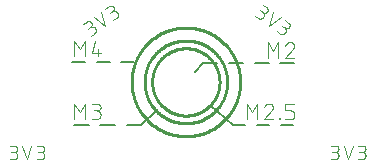
<source format=gbr>
G04 EAGLE Gerber RS-274X export*
G75*
%MOMM*%
%FSLAX34Y34*%
%LPD*%
%INSilkscreen Top*%
%IPPOS*%
%AMOC8*
5,1,8,0,0,1.08239X$1,22.5*%
G01*
%ADD10C,0.101600*%
%ADD11C,0.254000*%
%ADD12C,0.203200*%


D10*
X403428Y475532D02*
X406086Y473670D01*
X406180Y473607D01*
X406276Y473547D01*
X406374Y473490D01*
X406474Y473437D01*
X406576Y473387D01*
X406680Y473341D01*
X406785Y473299D01*
X406891Y473260D01*
X406999Y473225D01*
X407108Y473194D01*
X407218Y473166D01*
X407329Y473143D01*
X407440Y473123D01*
X407552Y473107D01*
X407665Y473095D01*
X407778Y473087D01*
X407891Y473083D01*
X408005Y473083D01*
X408118Y473087D01*
X408231Y473095D01*
X408344Y473107D01*
X408456Y473123D01*
X408567Y473143D01*
X408678Y473166D01*
X408788Y473194D01*
X408897Y473225D01*
X409005Y473260D01*
X409111Y473299D01*
X409216Y473341D01*
X409320Y473387D01*
X409422Y473437D01*
X409522Y473490D01*
X409620Y473547D01*
X409716Y473607D01*
X409810Y473670D01*
X409901Y473737D01*
X409991Y473806D01*
X410078Y473879D01*
X410162Y473955D01*
X410243Y474034D01*
X410322Y474115D01*
X410398Y474199D01*
X410471Y474286D01*
X410540Y474376D01*
X410607Y474467D01*
X410670Y474561D01*
X410730Y474657D01*
X410787Y474755D01*
X410840Y474855D01*
X410890Y474957D01*
X410936Y475061D01*
X410978Y475166D01*
X411017Y475272D01*
X411052Y475380D01*
X411083Y475489D01*
X411111Y475599D01*
X411134Y475710D01*
X411154Y475821D01*
X411170Y475933D01*
X411182Y476046D01*
X411190Y476159D01*
X411194Y476272D01*
X411194Y476386D01*
X411190Y476499D01*
X411182Y476612D01*
X411170Y476725D01*
X411154Y476837D01*
X411134Y476948D01*
X411111Y477059D01*
X411083Y477169D01*
X411052Y477278D01*
X411017Y477386D01*
X410978Y477492D01*
X410936Y477597D01*
X410890Y477701D01*
X410840Y477803D01*
X410787Y477903D01*
X410730Y478001D01*
X410670Y478097D01*
X410607Y478191D01*
X410540Y478282D01*
X410471Y478372D01*
X410398Y478459D01*
X410322Y478543D01*
X410243Y478624D01*
X410162Y478703D01*
X410078Y478779D01*
X409991Y478852D01*
X409902Y478921D01*
X409810Y478988D01*
X413320Y482869D02*
X410129Y485103D01*
X413319Y482869D02*
X413400Y482809D01*
X413479Y482747D01*
X413556Y482681D01*
X413630Y482613D01*
X413701Y482542D01*
X413769Y482468D01*
X413835Y482391D01*
X413897Y482312D01*
X413957Y482231D01*
X414013Y482147D01*
X414066Y482062D01*
X414115Y481974D01*
X414161Y481885D01*
X414204Y481793D01*
X414243Y481700D01*
X414278Y481606D01*
X414310Y481511D01*
X414338Y481414D01*
X414362Y481316D01*
X414382Y481218D01*
X414399Y481118D01*
X414411Y481018D01*
X414420Y480918D01*
X414425Y480818D01*
X414426Y480717D01*
X414423Y480616D01*
X414416Y480516D01*
X414405Y480416D01*
X414391Y480316D01*
X414372Y480217D01*
X414350Y480119D01*
X414324Y480022D01*
X414294Y479925D01*
X414261Y479831D01*
X414224Y479737D01*
X414183Y479645D01*
X414138Y479554D01*
X414091Y479466D01*
X414039Y479379D01*
X413985Y479295D01*
X413927Y479212D01*
X413866Y479132D01*
X413802Y479054D01*
X413735Y478979D01*
X413666Y478906D01*
X413593Y478837D01*
X413518Y478770D01*
X413440Y478706D01*
X413360Y478645D01*
X413277Y478587D01*
X413193Y478533D01*
X413106Y478481D01*
X413018Y478434D01*
X412927Y478389D01*
X412835Y478348D01*
X412741Y478311D01*
X412647Y478278D01*
X412550Y478248D01*
X412453Y478222D01*
X412355Y478200D01*
X412256Y478181D01*
X412156Y478167D01*
X412056Y478156D01*
X411956Y478149D01*
X411855Y478146D01*
X411754Y478147D01*
X411654Y478152D01*
X411554Y478161D01*
X411454Y478173D01*
X411354Y478190D01*
X411256Y478210D01*
X411158Y478234D01*
X411061Y478262D01*
X410966Y478294D01*
X410872Y478329D01*
X410779Y478368D01*
X410687Y478411D01*
X410598Y478457D01*
X410510Y478506D01*
X410425Y478559D01*
X410341Y478615D01*
X408214Y480105D01*
X418960Y478919D02*
X415449Y467114D01*
X425341Y474452D01*
X422153Y462420D02*
X424812Y460558D01*
X424906Y460495D01*
X425002Y460435D01*
X425100Y460378D01*
X425200Y460325D01*
X425302Y460275D01*
X425406Y460229D01*
X425511Y460187D01*
X425617Y460148D01*
X425725Y460113D01*
X425834Y460082D01*
X425944Y460054D01*
X426055Y460031D01*
X426166Y460011D01*
X426278Y459995D01*
X426391Y459983D01*
X426504Y459975D01*
X426617Y459971D01*
X426731Y459971D01*
X426844Y459975D01*
X426957Y459983D01*
X427070Y459995D01*
X427182Y460011D01*
X427293Y460031D01*
X427404Y460054D01*
X427514Y460082D01*
X427623Y460113D01*
X427731Y460148D01*
X427837Y460187D01*
X427942Y460229D01*
X428046Y460275D01*
X428148Y460325D01*
X428248Y460378D01*
X428346Y460435D01*
X428442Y460495D01*
X428536Y460558D01*
X428627Y460625D01*
X428717Y460694D01*
X428804Y460767D01*
X428888Y460843D01*
X428969Y460922D01*
X429048Y461003D01*
X429124Y461087D01*
X429197Y461174D01*
X429266Y461264D01*
X429333Y461355D01*
X429396Y461449D01*
X429456Y461545D01*
X429513Y461643D01*
X429566Y461743D01*
X429616Y461845D01*
X429662Y461949D01*
X429704Y462054D01*
X429743Y462160D01*
X429778Y462268D01*
X429809Y462377D01*
X429837Y462487D01*
X429860Y462598D01*
X429880Y462709D01*
X429896Y462821D01*
X429908Y462934D01*
X429916Y463047D01*
X429920Y463160D01*
X429920Y463274D01*
X429916Y463387D01*
X429908Y463500D01*
X429896Y463613D01*
X429880Y463725D01*
X429860Y463836D01*
X429837Y463947D01*
X429809Y464057D01*
X429778Y464166D01*
X429743Y464274D01*
X429704Y464380D01*
X429662Y464485D01*
X429616Y464589D01*
X429566Y464691D01*
X429513Y464791D01*
X429456Y464889D01*
X429396Y464985D01*
X429333Y465079D01*
X429266Y465170D01*
X429197Y465260D01*
X429124Y465347D01*
X429048Y465431D01*
X428969Y465512D01*
X428888Y465591D01*
X428804Y465667D01*
X428717Y465740D01*
X428628Y465809D01*
X428536Y465876D01*
X432045Y469757D02*
X428855Y471991D01*
X432045Y469757D02*
X432126Y469697D01*
X432205Y469635D01*
X432282Y469569D01*
X432356Y469501D01*
X432427Y469430D01*
X432495Y469356D01*
X432561Y469279D01*
X432623Y469200D01*
X432683Y469119D01*
X432739Y469035D01*
X432792Y468950D01*
X432841Y468862D01*
X432887Y468773D01*
X432930Y468681D01*
X432969Y468588D01*
X433004Y468494D01*
X433036Y468399D01*
X433064Y468302D01*
X433088Y468204D01*
X433108Y468106D01*
X433125Y468006D01*
X433137Y467906D01*
X433146Y467806D01*
X433151Y467706D01*
X433152Y467605D01*
X433149Y467504D01*
X433142Y467404D01*
X433131Y467304D01*
X433117Y467204D01*
X433098Y467105D01*
X433076Y467007D01*
X433050Y466910D01*
X433020Y466813D01*
X432987Y466719D01*
X432950Y466625D01*
X432909Y466533D01*
X432864Y466442D01*
X432817Y466354D01*
X432765Y466267D01*
X432711Y466183D01*
X432653Y466100D01*
X432592Y466020D01*
X432528Y465942D01*
X432461Y465867D01*
X432392Y465794D01*
X432319Y465725D01*
X432244Y465658D01*
X432166Y465594D01*
X432086Y465533D01*
X432003Y465475D01*
X431919Y465421D01*
X431832Y465369D01*
X431744Y465322D01*
X431653Y465277D01*
X431561Y465236D01*
X431467Y465199D01*
X431373Y465166D01*
X431276Y465136D01*
X431179Y465110D01*
X431081Y465088D01*
X430982Y465069D01*
X430882Y465055D01*
X430782Y465044D01*
X430682Y465037D01*
X430581Y465034D01*
X430480Y465035D01*
X430380Y465040D01*
X430280Y465049D01*
X430180Y465061D01*
X430080Y465078D01*
X429982Y465098D01*
X429884Y465122D01*
X429787Y465150D01*
X429692Y465182D01*
X429598Y465217D01*
X429505Y465256D01*
X429413Y465299D01*
X429324Y465345D01*
X429236Y465394D01*
X429151Y465447D01*
X429067Y465503D01*
X426940Y466993D01*
X467926Y353986D02*
X471172Y353986D01*
X471285Y353988D01*
X471398Y353994D01*
X471511Y354004D01*
X471624Y354018D01*
X471736Y354035D01*
X471847Y354057D01*
X471957Y354082D01*
X472067Y354112D01*
X472175Y354145D01*
X472282Y354182D01*
X472388Y354222D01*
X472492Y354267D01*
X472595Y354315D01*
X472696Y354366D01*
X472795Y354421D01*
X472892Y354479D01*
X472987Y354541D01*
X473080Y354606D01*
X473170Y354674D01*
X473258Y354745D01*
X473344Y354820D01*
X473427Y354897D01*
X473507Y354977D01*
X473584Y355060D01*
X473659Y355146D01*
X473730Y355234D01*
X473798Y355324D01*
X473863Y355417D01*
X473925Y355512D01*
X473983Y355609D01*
X474038Y355708D01*
X474089Y355809D01*
X474137Y355912D01*
X474182Y356016D01*
X474222Y356122D01*
X474259Y356229D01*
X474292Y356337D01*
X474322Y356447D01*
X474347Y356557D01*
X474369Y356668D01*
X474386Y356780D01*
X474400Y356893D01*
X474410Y357006D01*
X474416Y357119D01*
X474418Y357232D01*
X474416Y357345D01*
X474410Y357458D01*
X474400Y357571D01*
X474386Y357684D01*
X474369Y357796D01*
X474347Y357907D01*
X474322Y358017D01*
X474292Y358127D01*
X474259Y358235D01*
X474222Y358342D01*
X474182Y358448D01*
X474137Y358552D01*
X474089Y358655D01*
X474038Y358756D01*
X473983Y358855D01*
X473925Y358952D01*
X473863Y359047D01*
X473798Y359140D01*
X473730Y359230D01*
X473659Y359318D01*
X473584Y359404D01*
X473507Y359487D01*
X473427Y359567D01*
X473344Y359644D01*
X473258Y359719D01*
X473170Y359790D01*
X473080Y359858D01*
X472987Y359923D01*
X472892Y359985D01*
X472795Y360043D01*
X472696Y360098D01*
X472595Y360149D01*
X472492Y360197D01*
X472388Y360242D01*
X472282Y360282D01*
X472175Y360319D01*
X472067Y360352D01*
X471957Y360382D01*
X471847Y360407D01*
X471736Y360429D01*
X471624Y360446D01*
X471511Y360460D01*
X471398Y360470D01*
X471285Y360476D01*
X471172Y360478D01*
X471821Y365670D02*
X467926Y365670D01*
X471821Y365670D02*
X471922Y365668D01*
X472022Y365662D01*
X472122Y365652D01*
X472222Y365639D01*
X472321Y365621D01*
X472420Y365600D01*
X472517Y365575D01*
X472614Y365546D01*
X472709Y365513D01*
X472803Y365477D01*
X472895Y365437D01*
X472986Y365394D01*
X473075Y365347D01*
X473162Y365297D01*
X473248Y365243D01*
X473331Y365186D01*
X473411Y365126D01*
X473490Y365063D01*
X473566Y364996D01*
X473639Y364927D01*
X473709Y364855D01*
X473777Y364781D01*
X473842Y364704D01*
X473903Y364624D01*
X473962Y364542D01*
X474017Y364458D01*
X474069Y364372D01*
X474118Y364284D01*
X474163Y364194D01*
X474205Y364102D01*
X474243Y364009D01*
X474277Y363914D01*
X474308Y363819D01*
X474335Y363722D01*
X474358Y363624D01*
X474378Y363525D01*
X474393Y363425D01*
X474405Y363325D01*
X474413Y363225D01*
X474417Y363124D01*
X474417Y363024D01*
X474413Y362923D01*
X474405Y362823D01*
X474393Y362723D01*
X474378Y362623D01*
X474358Y362524D01*
X474335Y362426D01*
X474308Y362329D01*
X474277Y362234D01*
X474243Y362139D01*
X474205Y362046D01*
X474163Y361954D01*
X474118Y361864D01*
X474069Y361776D01*
X474017Y361690D01*
X473962Y361606D01*
X473903Y361524D01*
X473842Y361444D01*
X473777Y361367D01*
X473709Y361293D01*
X473639Y361221D01*
X473566Y361152D01*
X473490Y361085D01*
X473411Y361022D01*
X473331Y360962D01*
X473248Y360905D01*
X473162Y360851D01*
X473075Y360801D01*
X472986Y360754D01*
X472895Y360711D01*
X472803Y360671D01*
X472709Y360635D01*
X472614Y360602D01*
X472517Y360573D01*
X472420Y360548D01*
X472321Y360527D01*
X472222Y360509D01*
X472122Y360496D01*
X472022Y360486D01*
X471922Y360480D01*
X471821Y360478D01*
X471821Y360477D02*
X469225Y360477D01*
X478707Y365670D02*
X482602Y353986D01*
X486497Y365670D01*
X490786Y353986D02*
X494032Y353986D01*
X494145Y353988D01*
X494258Y353994D01*
X494371Y354004D01*
X494484Y354018D01*
X494596Y354035D01*
X494707Y354057D01*
X494817Y354082D01*
X494927Y354112D01*
X495035Y354145D01*
X495142Y354182D01*
X495248Y354222D01*
X495352Y354267D01*
X495455Y354315D01*
X495556Y354366D01*
X495655Y354421D01*
X495752Y354479D01*
X495847Y354541D01*
X495940Y354606D01*
X496030Y354674D01*
X496118Y354745D01*
X496204Y354820D01*
X496287Y354897D01*
X496367Y354977D01*
X496444Y355060D01*
X496519Y355146D01*
X496590Y355234D01*
X496658Y355324D01*
X496723Y355417D01*
X496785Y355512D01*
X496843Y355609D01*
X496898Y355708D01*
X496949Y355809D01*
X496997Y355912D01*
X497042Y356016D01*
X497082Y356122D01*
X497119Y356229D01*
X497152Y356337D01*
X497182Y356447D01*
X497207Y356557D01*
X497229Y356668D01*
X497246Y356780D01*
X497260Y356893D01*
X497270Y357006D01*
X497276Y357119D01*
X497278Y357232D01*
X497276Y357345D01*
X497270Y357458D01*
X497260Y357571D01*
X497246Y357684D01*
X497229Y357796D01*
X497207Y357907D01*
X497182Y358017D01*
X497152Y358127D01*
X497119Y358235D01*
X497082Y358342D01*
X497042Y358448D01*
X496997Y358552D01*
X496949Y358655D01*
X496898Y358756D01*
X496843Y358855D01*
X496785Y358952D01*
X496723Y359047D01*
X496658Y359140D01*
X496590Y359230D01*
X496519Y359318D01*
X496444Y359404D01*
X496367Y359487D01*
X496287Y359567D01*
X496204Y359644D01*
X496118Y359719D01*
X496030Y359790D01*
X495940Y359858D01*
X495847Y359923D01*
X495752Y359985D01*
X495655Y360043D01*
X495556Y360098D01*
X495455Y360149D01*
X495352Y360197D01*
X495248Y360242D01*
X495142Y360282D01*
X495035Y360319D01*
X494927Y360352D01*
X494817Y360382D01*
X494707Y360407D01*
X494596Y360429D01*
X494484Y360446D01*
X494371Y360460D01*
X494258Y360470D01*
X494145Y360476D01*
X494032Y360478D01*
X494681Y365670D02*
X490786Y365670D01*
X494681Y365670D02*
X494782Y365668D01*
X494882Y365662D01*
X494982Y365652D01*
X495082Y365639D01*
X495181Y365621D01*
X495280Y365600D01*
X495377Y365575D01*
X495474Y365546D01*
X495569Y365513D01*
X495663Y365477D01*
X495755Y365437D01*
X495846Y365394D01*
X495935Y365347D01*
X496022Y365297D01*
X496108Y365243D01*
X496191Y365186D01*
X496271Y365126D01*
X496350Y365063D01*
X496426Y364996D01*
X496499Y364927D01*
X496569Y364855D01*
X496637Y364781D01*
X496702Y364704D01*
X496763Y364624D01*
X496822Y364542D01*
X496877Y364458D01*
X496929Y364372D01*
X496978Y364284D01*
X497023Y364194D01*
X497065Y364102D01*
X497103Y364009D01*
X497137Y363914D01*
X497168Y363819D01*
X497195Y363722D01*
X497218Y363624D01*
X497238Y363525D01*
X497253Y363425D01*
X497265Y363325D01*
X497273Y363225D01*
X497277Y363124D01*
X497277Y363024D01*
X497273Y362923D01*
X497265Y362823D01*
X497253Y362723D01*
X497238Y362623D01*
X497218Y362524D01*
X497195Y362426D01*
X497168Y362329D01*
X497137Y362234D01*
X497103Y362139D01*
X497065Y362046D01*
X497023Y361954D01*
X496978Y361864D01*
X496929Y361776D01*
X496877Y361690D01*
X496822Y361606D01*
X496763Y361524D01*
X496702Y361444D01*
X496637Y361367D01*
X496569Y361293D01*
X496499Y361221D01*
X496426Y361152D01*
X496350Y361085D01*
X496271Y361022D01*
X496191Y360962D01*
X496108Y360905D01*
X496022Y360851D01*
X495935Y360801D01*
X495846Y360754D01*
X495755Y360711D01*
X495663Y360671D01*
X495569Y360635D01*
X495474Y360602D01*
X495377Y360573D01*
X495280Y360548D01*
X495181Y360527D01*
X495082Y360509D01*
X494982Y360496D01*
X494882Y360486D01*
X494782Y360480D01*
X494681Y360478D01*
X494681Y360477D02*
X492085Y360477D01*
X199138Y353908D02*
X195892Y353908D01*
X199138Y353908D02*
X199251Y353910D01*
X199364Y353916D01*
X199477Y353926D01*
X199590Y353940D01*
X199702Y353957D01*
X199813Y353979D01*
X199923Y354004D01*
X200033Y354034D01*
X200141Y354067D01*
X200248Y354104D01*
X200354Y354144D01*
X200458Y354189D01*
X200561Y354237D01*
X200662Y354288D01*
X200761Y354343D01*
X200858Y354401D01*
X200953Y354463D01*
X201046Y354528D01*
X201136Y354596D01*
X201224Y354667D01*
X201310Y354742D01*
X201393Y354819D01*
X201473Y354899D01*
X201550Y354982D01*
X201625Y355068D01*
X201696Y355156D01*
X201764Y355246D01*
X201829Y355339D01*
X201891Y355434D01*
X201949Y355531D01*
X202004Y355630D01*
X202055Y355731D01*
X202103Y355834D01*
X202148Y355938D01*
X202188Y356044D01*
X202225Y356151D01*
X202258Y356259D01*
X202288Y356369D01*
X202313Y356479D01*
X202335Y356590D01*
X202352Y356702D01*
X202366Y356815D01*
X202376Y356928D01*
X202382Y357041D01*
X202384Y357154D01*
X202382Y357267D01*
X202376Y357380D01*
X202366Y357493D01*
X202352Y357606D01*
X202335Y357718D01*
X202313Y357829D01*
X202288Y357939D01*
X202258Y358049D01*
X202225Y358157D01*
X202188Y358264D01*
X202148Y358370D01*
X202103Y358474D01*
X202055Y358577D01*
X202004Y358678D01*
X201949Y358777D01*
X201891Y358874D01*
X201829Y358969D01*
X201764Y359062D01*
X201696Y359152D01*
X201625Y359240D01*
X201550Y359326D01*
X201473Y359409D01*
X201393Y359489D01*
X201310Y359566D01*
X201224Y359641D01*
X201136Y359712D01*
X201046Y359780D01*
X200953Y359845D01*
X200858Y359907D01*
X200761Y359965D01*
X200662Y360020D01*
X200561Y360071D01*
X200458Y360119D01*
X200354Y360164D01*
X200248Y360204D01*
X200141Y360241D01*
X200033Y360274D01*
X199923Y360304D01*
X199813Y360329D01*
X199702Y360351D01*
X199590Y360368D01*
X199477Y360382D01*
X199364Y360392D01*
X199251Y360398D01*
X199138Y360400D01*
X199787Y365592D02*
X195892Y365592D01*
X199787Y365592D02*
X199888Y365590D01*
X199988Y365584D01*
X200088Y365574D01*
X200188Y365561D01*
X200287Y365543D01*
X200386Y365522D01*
X200483Y365497D01*
X200580Y365468D01*
X200675Y365435D01*
X200769Y365399D01*
X200861Y365359D01*
X200952Y365316D01*
X201041Y365269D01*
X201128Y365219D01*
X201214Y365165D01*
X201297Y365108D01*
X201377Y365048D01*
X201456Y364985D01*
X201532Y364918D01*
X201605Y364849D01*
X201675Y364777D01*
X201743Y364703D01*
X201808Y364626D01*
X201869Y364546D01*
X201928Y364464D01*
X201983Y364380D01*
X202035Y364294D01*
X202084Y364206D01*
X202129Y364116D01*
X202171Y364024D01*
X202209Y363931D01*
X202243Y363836D01*
X202274Y363741D01*
X202301Y363644D01*
X202324Y363546D01*
X202344Y363447D01*
X202359Y363347D01*
X202371Y363247D01*
X202379Y363147D01*
X202383Y363046D01*
X202383Y362946D01*
X202379Y362845D01*
X202371Y362745D01*
X202359Y362645D01*
X202344Y362545D01*
X202324Y362446D01*
X202301Y362348D01*
X202274Y362251D01*
X202243Y362156D01*
X202209Y362061D01*
X202171Y361968D01*
X202129Y361876D01*
X202084Y361786D01*
X202035Y361698D01*
X201983Y361612D01*
X201928Y361528D01*
X201869Y361446D01*
X201808Y361366D01*
X201743Y361289D01*
X201675Y361215D01*
X201605Y361143D01*
X201532Y361074D01*
X201456Y361007D01*
X201377Y360944D01*
X201297Y360884D01*
X201214Y360827D01*
X201128Y360773D01*
X201041Y360723D01*
X200952Y360676D01*
X200861Y360633D01*
X200769Y360593D01*
X200675Y360557D01*
X200580Y360524D01*
X200483Y360495D01*
X200386Y360470D01*
X200287Y360449D01*
X200188Y360431D01*
X200088Y360418D01*
X199988Y360408D01*
X199888Y360402D01*
X199787Y360400D01*
X199787Y360399D02*
X197191Y360399D01*
X206673Y365592D02*
X210568Y353908D01*
X214463Y365592D01*
X218752Y353908D02*
X221998Y353908D01*
X222111Y353910D01*
X222224Y353916D01*
X222337Y353926D01*
X222450Y353940D01*
X222562Y353957D01*
X222673Y353979D01*
X222783Y354004D01*
X222893Y354034D01*
X223001Y354067D01*
X223108Y354104D01*
X223214Y354144D01*
X223318Y354189D01*
X223421Y354237D01*
X223522Y354288D01*
X223621Y354343D01*
X223718Y354401D01*
X223813Y354463D01*
X223906Y354528D01*
X223996Y354596D01*
X224084Y354667D01*
X224170Y354742D01*
X224253Y354819D01*
X224333Y354899D01*
X224410Y354982D01*
X224485Y355068D01*
X224556Y355156D01*
X224624Y355246D01*
X224689Y355339D01*
X224751Y355434D01*
X224809Y355531D01*
X224864Y355630D01*
X224915Y355731D01*
X224963Y355834D01*
X225008Y355938D01*
X225048Y356044D01*
X225085Y356151D01*
X225118Y356259D01*
X225148Y356369D01*
X225173Y356479D01*
X225195Y356590D01*
X225212Y356702D01*
X225226Y356815D01*
X225236Y356928D01*
X225242Y357041D01*
X225244Y357154D01*
X225242Y357267D01*
X225236Y357380D01*
X225226Y357493D01*
X225212Y357606D01*
X225195Y357718D01*
X225173Y357829D01*
X225148Y357939D01*
X225118Y358049D01*
X225085Y358157D01*
X225048Y358264D01*
X225008Y358370D01*
X224963Y358474D01*
X224915Y358577D01*
X224864Y358678D01*
X224809Y358777D01*
X224751Y358874D01*
X224689Y358969D01*
X224624Y359062D01*
X224556Y359152D01*
X224485Y359240D01*
X224410Y359326D01*
X224333Y359409D01*
X224253Y359489D01*
X224170Y359566D01*
X224084Y359641D01*
X223996Y359712D01*
X223906Y359780D01*
X223813Y359845D01*
X223718Y359907D01*
X223621Y359965D01*
X223522Y360020D01*
X223421Y360071D01*
X223318Y360119D01*
X223214Y360164D01*
X223108Y360204D01*
X223001Y360241D01*
X222893Y360274D01*
X222783Y360304D01*
X222673Y360329D01*
X222562Y360351D01*
X222450Y360368D01*
X222337Y360382D01*
X222224Y360392D01*
X222111Y360398D01*
X221998Y360400D01*
X222647Y365592D02*
X218752Y365592D01*
X222647Y365592D02*
X222748Y365590D01*
X222848Y365584D01*
X222948Y365574D01*
X223048Y365561D01*
X223147Y365543D01*
X223246Y365522D01*
X223343Y365497D01*
X223440Y365468D01*
X223535Y365435D01*
X223629Y365399D01*
X223721Y365359D01*
X223812Y365316D01*
X223901Y365269D01*
X223988Y365219D01*
X224074Y365165D01*
X224157Y365108D01*
X224237Y365048D01*
X224316Y364985D01*
X224392Y364918D01*
X224465Y364849D01*
X224535Y364777D01*
X224603Y364703D01*
X224668Y364626D01*
X224729Y364546D01*
X224788Y364464D01*
X224843Y364380D01*
X224895Y364294D01*
X224944Y364206D01*
X224989Y364116D01*
X225031Y364024D01*
X225069Y363931D01*
X225103Y363836D01*
X225134Y363741D01*
X225161Y363644D01*
X225184Y363546D01*
X225204Y363447D01*
X225219Y363347D01*
X225231Y363247D01*
X225239Y363147D01*
X225243Y363046D01*
X225243Y362946D01*
X225239Y362845D01*
X225231Y362745D01*
X225219Y362645D01*
X225204Y362545D01*
X225184Y362446D01*
X225161Y362348D01*
X225134Y362251D01*
X225103Y362156D01*
X225069Y362061D01*
X225031Y361968D01*
X224989Y361876D01*
X224944Y361786D01*
X224895Y361698D01*
X224843Y361612D01*
X224788Y361528D01*
X224729Y361446D01*
X224668Y361366D01*
X224603Y361289D01*
X224535Y361215D01*
X224465Y361143D01*
X224392Y361074D01*
X224316Y361007D01*
X224237Y360944D01*
X224157Y360884D01*
X224074Y360827D01*
X223988Y360773D01*
X223901Y360723D01*
X223812Y360676D01*
X223721Y360633D01*
X223629Y360593D01*
X223535Y360557D01*
X223440Y360524D01*
X223343Y360495D01*
X223246Y360470D01*
X223147Y360449D01*
X223048Y360431D01*
X222948Y360418D01*
X222848Y360408D01*
X222748Y360402D01*
X222647Y360400D01*
X222647Y360399D02*
X220051Y360399D01*
X264929Y458697D02*
X267588Y460559D01*
X267588Y460558D02*
X267679Y460625D01*
X267769Y460694D01*
X267856Y460767D01*
X267940Y460843D01*
X268021Y460922D01*
X268100Y461003D01*
X268176Y461087D01*
X268249Y461174D01*
X268318Y461264D01*
X268385Y461355D01*
X268448Y461449D01*
X268508Y461545D01*
X268565Y461643D01*
X268618Y461743D01*
X268668Y461845D01*
X268714Y461949D01*
X268756Y462054D01*
X268795Y462160D01*
X268830Y462268D01*
X268861Y462377D01*
X268889Y462487D01*
X268912Y462598D01*
X268932Y462709D01*
X268948Y462821D01*
X268960Y462934D01*
X268968Y463047D01*
X268972Y463160D01*
X268972Y463274D01*
X268968Y463387D01*
X268960Y463500D01*
X268948Y463613D01*
X268932Y463725D01*
X268912Y463836D01*
X268889Y463947D01*
X268861Y464057D01*
X268830Y464166D01*
X268795Y464274D01*
X268756Y464380D01*
X268714Y464485D01*
X268668Y464589D01*
X268618Y464691D01*
X268565Y464791D01*
X268508Y464889D01*
X268448Y464985D01*
X268385Y465079D01*
X268318Y465170D01*
X268249Y465260D01*
X268176Y465347D01*
X268100Y465431D01*
X268021Y465512D01*
X267940Y465591D01*
X267856Y465667D01*
X267769Y465740D01*
X267680Y465809D01*
X267588Y465876D01*
X267494Y465939D01*
X267398Y465999D01*
X267300Y466056D01*
X267200Y466109D01*
X267098Y466159D01*
X266994Y466205D01*
X266889Y466247D01*
X266783Y466286D01*
X266675Y466321D01*
X266566Y466352D01*
X266456Y466380D01*
X266345Y466403D01*
X266234Y466423D01*
X266122Y466439D01*
X266009Y466451D01*
X265896Y466459D01*
X265783Y466463D01*
X265669Y466463D01*
X265556Y466459D01*
X265443Y466451D01*
X265330Y466439D01*
X265218Y466423D01*
X265107Y466403D01*
X264996Y466380D01*
X264886Y466352D01*
X264777Y466321D01*
X264669Y466286D01*
X264563Y466247D01*
X264458Y466205D01*
X264354Y466159D01*
X264252Y466109D01*
X264152Y466056D01*
X264054Y465999D01*
X263958Y465939D01*
X263864Y465876D01*
X261418Y470502D02*
X258228Y468268D01*
X261418Y470502D02*
X261502Y470558D01*
X261587Y470611D01*
X261675Y470660D01*
X261764Y470706D01*
X261856Y470749D01*
X261949Y470788D01*
X262043Y470823D01*
X262138Y470855D01*
X262235Y470883D01*
X262333Y470907D01*
X262431Y470927D01*
X262531Y470944D01*
X262631Y470956D01*
X262731Y470965D01*
X262832Y470970D01*
X262932Y470971D01*
X263033Y470968D01*
X263133Y470961D01*
X263233Y470950D01*
X263333Y470936D01*
X263432Y470917D01*
X263530Y470895D01*
X263627Y470869D01*
X263724Y470839D01*
X263819Y470806D01*
X263912Y470769D01*
X264004Y470728D01*
X264095Y470683D01*
X264183Y470636D01*
X264270Y470584D01*
X264354Y470530D01*
X264437Y470472D01*
X264517Y470411D01*
X264595Y470347D01*
X264670Y470280D01*
X264743Y470211D01*
X264812Y470138D01*
X264879Y470063D01*
X264943Y469985D01*
X265004Y469905D01*
X265062Y469822D01*
X265116Y469738D01*
X265168Y469651D01*
X265215Y469563D01*
X265260Y469472D01*
X265301Y469380D01*
X265338Y469286D01*
X265371Y469192D01*
X265401Y469095D01*
X265427Y468998D01*
X265449Y468900D01*
X265468Y468801D01*
X265482Y468701D01*
X265493Y468601D01*
X265500Y468501D01*
X265503Y468400D01*
X265502Y468300D01*
X265497Y468199D01*
X265488Y468099D01*
X265476Y467999D01*
X265459Y467899D01*
X265439Y467801D01*
X265415Y467703D01*
X265387Y467606D01*
X265355Y467511D01*
X265320Y467417D01*
X265281Y467324D01*
X265238Y467232D01*
X265192Y467143D01*
X265143Y467055D01*
X265090Y466970D01*
X265034Y466886D01*
X264974Y466805D01*
X264912Y466726D01*
X264846Y466649D01*
X264778Y466575D01*
X264707Y466504D01*
X264633Y466436D01*
X264556Y466370D01*
X264477Y466308D01*
X264396Y466248D01*
X262270Y464759D01*
X267059Y474452D02*
X276951Y467114D01*
X273439Y478919D01*
X283655Y471809D02*
X286314Y473670D01*
X286405Y473737D01*
X286495Y473806D01*
X286582Y473879D01*
X286666Y473955D01*
X286747Y474034D01*
X286826Y474115D01*
X286902Y474199D01*
X286975Y474286D01*
X287044Y474376D01*
X287111Y474467D01*
X287174Y474561D01*
X287234Y474657D01*
X287291Y474755D01*
X287344Y474855D01*
X287394Y474957D01*
X287440Y475061D01*
X287482Y475166D01*
X287521Y475272D01*
X287556Y475380D01*
X287587Y475489D01*
X287615Y475599D01*
X287638Y475710D01*
X287658Y475821D01*
X287674Y475933D01*
X287686Y476046D01*
X287694Y476159D01*
X287698Y476272D01*
X287698Y476386D01*
X287694Y476499D01*
X287686Y476612D01*
X287674Y476725D01*
X287658Y476837D01*
X287638Y476948D01*
X287615Y477059D01*
X287587Y477169D01*
X287556Y477278D01*
X287521Y477386D01*
X287482Y477492D01*
X287440Y477597D01*
X287394Y477701D01*
X287344Y477803D01*
X287291Y477903D01*
X287234Y478001D01*
X287174Y478097D01*
X287111Y478191D01*
X287044Y478282D01*
X286975Y478372D01*
X286902Y478459D01*
X286826Y478543D01*
X286747Y478624D01*
X286666Y478703D01*
X286582Y478779D01*
X286495Y478852D01*
X286406Y478921D01*
X286314Y478988D01*
X286220Y479051D01*
X286124Y479111D01*
X286026Y479168D01*
X285926Y479221D01*
X285824Y479271D01*
X285720Y479317D01*
X285615Y479359D01*
X285509Y479398D01*
X285401Y479433D01*
X285292Y479464D01*
X285182Y479492D01*
X285071Y479515D01*
X284960Y479535D01*
X284848Y479551D01*
X284735Y479563D01*
X284622Y479571D01*
X284509Y479575D01*
X284395Y479575D01*
X284282Y479571D01*
X284169Y479563D01*
X284056Y479551D01*
X283944Y479535D01*
X283833Y479515D01*
X283722Y479492D01*
X283612Y479464D01*
X283503Y479433D01*
X283395Y479398D01*
X283289Y479359D01*
X283184Y479317D01*
X283080Y479271D01*
X282978Y479221D01*
X282878Y479168D01*
X282780Y479111D01*
X282684Y479051D01*
X282590Y478988D01*
X280144Y483614D02*
X276953Y481380D01*
X280144Y483614D02*
X280228Y483670D01*
X280313Y483723D01*
X280401Y483772D01*
X280490Y483818D01*
X280582Y483861D01*
X280675Y483900D01*
X280769Y483935D01*
X280864Y483967D01*
X280961Y483995D01*
X281059Y484019D01*
X281157Y484039D01*
X281257Y484056D01*
X281357Y484068D01*
X281457Y484077D01*
X281558Y484082D01*
X281658Y484083D01*
X281759Y484080D01*
X281859Y484073D01*
X281959Y484062D01*
X282059Y484048D01*
X282158Y484029D01*
X282256Y484007D01*
X282353Y483981D01*
X282450Y483951D01*
X282545Y483918D01*
X282638Y483881D01*
X282730Y483840D01*
X282821Y483795D01*
X282909Y483748D01*
X282996Y483696D01*
X283080Y483642D01*
X283163Y483584D01*
X283243Y483523D01*
X283321Y483459D01*
X283396Y483392D01*
X283469Y483323D01*
X283538Y483250D01*
X283605Y483175D01*
X283669Y483097D01*
X283730Y483017D01*
X283788Y482934D01*
X283842Y482850D01*
X283894Y482763D01*
X283941Y482675D01*
X283986Y482584D01*
X284027Y482492D01*
X284064Y482398D01*
X284097Y482304D01*
X284127Y482207D01*
X284153Y482110D01*
X284175Y482012D01*
X284194Y481913D01*
X284208Y481813D01*
X284219Y481713D01*
X284226Y481613D01*
X284229Y481512D01*
X284228Y481412D01*
X284223Y481311D01*
X284214Y481211D01*
X284202Y481111D01*
X284185Y481011D01*
X284165Y480913D01*
X284141Y480815D01*
X284113Y480718D01*
X284081Y480623D01*
X284046Y480529D01*
X284007Y480436D01*
X283964Y480344D01*
X283918Y480255D01*
X283869Y480167D01*
X283816Y480082D01*
X283760Y479998D01*
X283700Y479917D01*
X283638Y479838D01*
X283572Y479761D01*
X283504Y479687D01*
X283433Y479616D01*
X283359Y479548D01*
X283282Y479482D01*
X283203Y479420D01*
X283122Y479360D01*
X280995Y477871D01*
D11*
X310186Y419564D02*
X310197Y420423D01*
X310228Y421281D01*
X310281Y422139D01*
X310355Y422995D01*
X310449Y423848D01*
X310565Y424700D01*
X310701Y425548D01*
X310859Y426392D01*
X311036Y427233D01*
X311235Y428068D01*
X311454Y428899D01*
X311693Y429724D01*
X311953Y430543D01*
X312232Y431355D01*
X312531Y432160D01*
X312850Y432958D01*
X313189Y433747D01*
X313546Y434528D01*
X313923Y435300D01*
X314319Y436063D01*
X314733Y436815D01*
X315165Y437558D01*
X315616Y438289D01*
X316085Y439009D01*
X316571Y439717D01*
X317074Y440413D01*
X317594Y441097D01*
X318131Y441768D01*
X318684Y442425D01*
X319253Y443069D01*
X319837Y443698D01*
X320437Y444313D01*
X321052Y444913D01*
X321681Y445497D01*
X322325Y446066D01*
X322982Y446619D01*
X323653Y447156D01*
X324337Y447676D01*
X325033Y448179D01*
X325741Y448665D01*
X326461Y449134D01*
X327192Y449585D01*
X327935Y450017D01*
X328687Y450431D01*
X329450Y450827D01*
X330222Y451204D01*
X331003Y451561D01*
X331792Y451900D01*
X332590Y452219D01*
X333395Y452518D01*
X334207Y452797D01*
X335026Y453057D01*
X335851Y453296D01*
X336682Y453515D01*
X337517Y453714D01*
X338358Y453891D01*
X339202Y454049D01*
X340050Y454185D01*
X340902Y454301D01*
X341755Y454395D01*
X342611Y454469D01*
X343469Y454522D01*
X344327Y454553D01*
X345186Y454564D01*
X346045Y454553D01*
X346903Y454522D01*
X347761Y454469D01*
X348617Y454395D01*
X349470Y454301D01*
X350322Y454185D01*
X351170Y454049D01*
X352014Y453891D01*
X352855Y453714D01*
X353690Y453515D01*
X354521Y453296D01*
X355346Y453057D01*
X356165Y452797D01*
X356977Y452518D01*
X357782Y452219D01*
X358580Y451900D01*
X359369Y451561D01*
X360150Y451204D01*
X360922Y450827D01*
X361685Y450431D01*
X362437Y450017D01*
X363180Y449585D01*
X363911Y449134D01*
X364631Y448665D01*
X365339Y448179D01*
X366035Y447676D01*
X366719Y447156D01*
X367390Y446619D01*
X368047Y446066D01*
X368691Y445497D01*
X369320Y444913D01*
X369935Y444313D01*
X370535Y443698D01*
X371119Y443069D01*
X371688Y442425D01*
X372241Y441768D01*
X372778Y441097D01*
X373298Y440413D01*
X373801Y439717D01*
X374287Y439009D01*
X374756Y438289D01*
X375207Y437558D01*
X375639Y436815D01*
X376053Y436063D01*
X376449Y435300D01*
X376826Y434528D01*
X377183Y433747D01*
X377522Y432958D01*
X377841Y432160D01*
X378140Y431355D01*
X378419Y430543D01*
X378679Y429724D01*
X378918Y428899D01*
X379137Y428068D01*
X379336Y427233D01*
X379513Y426392D01*
X379671Y425548D01*
X379807Y424700D01*
X379923Y423848D01*
X380017Y422995D01*
X380091Y422139D01*
X380144Y421281D01*
X380175Y420423D01*
X380186Y419564D01*
X380175Y418705D01*
X380144Y417847D01*
X380091Y416989D01*
X380017Y416133D01*
X379923Y415280D01*
X379807Y414428D01*
X379671Y413580D01*
X379513Y412736D01*
X379336Y411895D01*
X379137Y411060D01*
X378918Y410229D01*
X378679Y409404D01*
X378419Y408585D01*
X378140Y407773D01*
X377841Y406968D01*
X377522Y406170D01*
X377183Y405381D01*
X376826Y404600D01*
X376449Y403828D01*
X376053Y403065D01*
X375639Y402313D01*
X375207Y401570D01*
X374756Y400839D01*
X374287Y400119D01*
X373801Y399411D01*
X373298Y398715D01*
X372778Y398031D01*
X372241Y397360D01*
X371688Y396703D01*
X371119Y396059D01*
X370535Y395430D01*
X369935Y394815D01*
X369320Y394215D01*
X368691Y393631D01*
X368047Y393062D01*
X367390Y392509D01*
X366719Y391972D01*
X366035Y391452D01*
X365339Y390949D01*
X364631Y390463D01*
X363911Y389994D01*
X363180Y389543D01*
X362437Y389111D01*
X361685Y388697D01*
X360922Y388301D01*
X360150Y387924D01*
X359369Y387567D01*
X358580Y387228D01*
X357782Y386909D01*
X356977Y386610D01*
X356165Y386331D01*
X355346Y386071D01*
X354521Y385832D01*
X353690Y385613D01*
X352855Y385414D01*
X352014Y385237D01*
X351170Y385079D01*
X350322Y384943D01*
X349470Y384827D01*
X348617Y384733D01*
X347761Y384659D01*
X346903Y384606D01*
X346045Y384575D01*
X345186Y384564D01*
X344327Y384575D01*
X343469Y384606D01*
X342611Y384659D01*
X341755Y384733D01*
X340902Y384827D01*
X340050Y384943D01*
X339202Y385079D01*
X338358Y385237D01*
X337517Y385414D01*
X336682Y385613D01*
X335851Y385832D01*
X335026Y386071D01*
X334207Y386331D01*
X333395Y386610D01*
X332590Y386909D01*
X331792Y387228D01*
X331003Y387567D01*
X330222Y387924D01*
X329450Y388301D01*
X328687Y388697D01*
X327935Y389111D01*
X327192Y389543D01*
X326461Y389994D01*
X325741Y390463D01*
X325033Y390949D01*
X324337Y391452D01*
X323653Y391972D01*
X322982Y392509D01*
X322325Y393062D01*
X321681Y393631D01*
X321052Y394215D01*
X320437Y394815D01*
X319837Y395430D01*
X319253Y396059D01*
X318684Y396703D01*
X318131Y397360D01*
X317594Y398031D01*
X317074Y398715D01*
X316571Y399411D01*
X316085Y400119D01*
X315616Y400839D01*
X315165Y401570D01*
X314733Y402313D01*
X314319Y403065D01*
X313923Y403828D01*
X313546Y404600D01*
X313189Y405381D01*
X312850Y406170D01*
X312531Y406968D01*
X312232Y407773D01*
X311953Y408585D01*
X311693Y409404D01*
X311454Y410229D01*
X311235Y411060D01*
X311036Y411895D01*
X310859Y412736D01*
X310701Y413580D01*
X310565Y414428D01*
X310449Y415280D01*
X310355Y416133D01*
X310281Y416989D01*
X310228Y417847D01*
X310197Y418705D01*
X310186Y419564D01*
X299186Y419564D02*
X299200Y420693D01*
X299241Y421821D01*
X299311Y422948D01*
X299408Y424073D01*
X299532Y425195D01*
X299684Y426314D01*
X299863Y427428D01*
X300070Y428538D01*
X300304Y429643D01*
X300565Y430741D01*
X300852Y431833D01*
X301167Y432917D01*
X301508Y433993D01*
X301875Y435061D01*
X302268Y436119D01*
X302688Y437167D01*
X303132Y438205D01*
X303602Y439232D01*
X304098Y440246D01*
X304618Y441248D01*
X305162Y442237D01*
X305730Y443213D01*
X306323Y444174D01*
X306938Y445120D01*
X307577Y446051D01*
X308238Y446966D01*
X308922Y447865D01*
X309628Y448746D01*
X310354Y449610D01*
X311102Y450456D01*
X311871Y451283D01*
X312659Y452091D01*
X313467Y452879D01*
X314294Y453648D01*
X315140Y454396D01*
X316004Y455122D01*
X316885Y455828D01*
X317784Y456512D01*
X318699Y457173D01*
X319630Y457812D01*
X320576Y458427D01*
X321537Y459020D01*
X322513Y459588D01*
X323502Y460132D01*
X324504Y460652D01*
X325518Y461148D01*
X326545Y461618D01*
X327583Y462062D01*
X328631Y462482D01*
X329689Y462875D01*
X330757Y463242D01*
X331833Y463583D01*
X332917Y463898D01*
X334009Y464185D01*
X335107Y464446D01*
X336212Y464680D01*
X337322Y464887D01*
X338436Y465066D01*
X339555Y465218D01*
X340677Y465342D01*
X341802Y465439D01*
X342929Y465509D01*
X344057Y465550D01*
X345186Y465564D01*
X346315Y465550D01*
X347443Y465509D01*
X348570Y465439D01*
X349695Y465342D01*
X350817Y465218D01*
X351936Y465066D01*
X353050Y464887D01*
X354160Y464680D01*
X355265Y464446D01*
X356363Y464185D01*
X357455Y463898D01*
X358539Y463583D01*
X359615Y463242D01*
X360683Y462875D01*
X361741Y462482D01*
X362789Y462062D01*
X363827Y461618D01*
X364854Y461148D01*
X365868Y460652D01*
X366870Y460132D01*
X367859Y459588D01*
X368835Y459020D01*
X369796Y458427D01*
X370742Y457812D01*
X371673Y457173D01*
X372588Y456512D01*
X373487Y455828D01*
X374368Y455122D01*
X375232Y454396D01*
X376078Y453648D01*
X376905Y452879D01*
X377713Y452091D01*
X378501Y451283D01*
X379270Y450456D01*
X380018Y449610D01*
X380744Y448746D01*
X381450Y447865D01*
X382134Y446966D01*
X382795Y446051D01*
X383434Y445120D01*
X384049Y444174D01*
X384642Y443213D01*
X385210Y442237D01*
X385754Y441248D01*
X386274Y440246D01*
X386770Y439232D01*
X387240Y438205D01*
X387684Y437167D01*
X388104Y436119D01*
X388497Y435061D01*
X388864Y433993D01*
X389205Y432917D01*
X389520Y431833D01*
X389807Y430741D01*
X390068Y429643D01*
X390302Y428538D01*
X390509Y427428D01*
X390688Y426314D01*
X390840Y425195D01*
X390964Y424073D01*
X391061Y422948D01*
X391131Y421821D01*
X391172Y420693D01*
X391186Y419564D01*
X391172Y418435D01*
X391131Y417307D01*
X391061Y416180D01*
X390964Y415055D01*
X390840Y413933D01*
X390688Y412814D01*
X390509Y411700D01*
X390302Y410590D01*
X390068Y409485D01*
X389807Y408387D01*
X389520Y407295D01*
X389205Y406211D01*
X388864Y405135D01*
X388497Y404067D01*
X388104Y403009D01*
X387684Y401961D01*
X387240Y400923D01*
X386770Y399896D01*
X386274Y398882D01*
X385754Y397880D01*
X385210Y396891D01*
X384642Y395915D01*
X384049Y394954D01*
X383434Y394008D01*
X382795Y393077D01*
X382134Y392162D01*
X381450Y391263D01*
X380744Y390382D01*
X380018Y389518D01*
X379270Y388672D01*
X378501Y387845D01*
X377713Y387037D01*
X376905Y386249D01*
X376078Y385480D01*
X375232Y384732D01*
X374368Y384006D01*
X373487Y383300D01*
X372588Y382616D01*
X371673Y381955D01*
X370742Y381316D01*
X369796Y380701D01*
X368835Y380108D01*
X367859Y379540D01*
X366870Y378996D01*
X365868Y378476D01*
X364854Y377980D01*
X363827Y377510D01*
X362789Y377066D01*
X361741Y376646D01*
X360683Y376253D01*
X359615Y375886D01*
X358539Y375545D01*
X357455Y375230D01*
X356363Y374943D01*
X355265Y374682D01*
X354160Y374448D01*
X353050Y374241D01*
X351936Y374062D01*
X350817Y373910D01*
X349695Y373786D01*
X348570Y373689D01*
X347443Y373619D01*
X346315Y373578D01*
X345186Y373564D01*
X344057Y373578D01*
X342929Y373619D01*
X341802Y373689D01*
X340677Y373786D01*
X339555Y373910D01*
X338436Y374062D01*
X337322Y374241D01*
X336212Y374448D01*
X335107Y374682D01*
X334009Y374943D01*
X332917Y375230D01*
X331833Y375545D01*
X330757Y375886D01*
X329689Y376253D01*
X328631Y376646D01*
X327583Y377066D01*
X326545Y377510D01*
X325518Y377980D01*
X324504Y378476D01*
X323502Y378996D01*
X322513Y379540D01*
X321537Y380108D01*
X320576Y380701D01*
X319630Y381316D01*
X318699Y381955D01*
X317784Y382616D01*
X316885Y383300D01*
X316004Y384006D01*
X315140Y384732D01*
X314294Y385480D01*
X313467Y386249D01*
X312659Y387037D01*
X311871Y387845D01*
X311102Y388672D01*
X310354Y389518D01*
X309628Y390382D01*
X308922Y391263D01*
X308238Y392162D01*
X307577Y393077D01*
X306938Y394008D01*
X306323Y394954D01*
X305730Y395915D01*
X305162Y396891D01*
X304618Y397880D01*
X304098Y398882D01*
X303602Y399896D01*
X303132Y400923D01*
X302688Y401961D01*
X302268Y403009D01*
X301875Y404067D01*
X301508Y405135D01*
X301167Y406211D01*
X300852Y407295D01*
X300565Y408387D01*
X300304Y409485D01*
X300070Y410590D01*
X299863Y411700D01*
X299684Y412814D01*
X299532Y413933D01*
X299408Y415055D01*
X299311Y416180D01*
X299241Y417307D01*
X299200Y418435D01*
X299186Y419564D01*
X316686Y419564D02*
X316695Y420263D01*
X316720Y420962D01*
X316763Y421661D01*
X316823Y422357D01*
X316900Y423053D01*
X316994Y423746D01*
X317106Y424436D01*
X317234Y425124D01*
X317378Y425808D01*
X317540Y426489D01*
X317718Y427165D01*
X317913Y427837D01*
X318124Y428504D01*
X318352Y429165D01*
X318596Y429821D01*
X318855Y430470D01*
X319131Y431113D01*
X319422Y431749D01*
X319729Y432378D01*
X320051Y432999D01*
X320389Y433612D01*
X320741Y434216D01*
X321108Y434811D01*
X321489Y435398D01*
X321885Y435975D01*
X322295Y436541D01*
X322718Y437098D01*
X323155Y437644D01*
X323606Y438179D01*
X324069Y438703D01*
X324545Y439216D01*
X325033Y439717D01*
X325534Y440205D01*
X326047Y440681D01*
X326571Y441144D01*
X327106Y441595D01*
X327652Y442032D01*
X328209Y442455D01*
X328775Y442865D01*
X329352Y443261D01*
X329939Y443642D01*
X330534Y444009D01*
X331138Y444361D01*
X331751Y444699D01*
X332372Y445021D01*
X333001Y445328D01*
X333637Y445619D01*
X334280Y445895D01*
X334929Y446154D01*
X335585Y446398D01*
X336246Y446626D01*
X336913Y446837D01*
X337585Y447032D01*
X338261Y447210D01*
X338942Y447372D01*
X339626Y447516D01*
X340314Y447644D01*
X341004Y447756D01*
X341697Y447850D01*
X342393Y447927D01*
X343089Y447987D01*
X343788Y448030D01*
X344487Y448055D01*
X345186Y448064D01*
X345885Y448055D01*
X346584Y448030D01*
X347283Y447987D01*
X347979Y447927D01*
X348675Y447850D01*
X349368Y447756D01*
X350058Y447644D01*
X350746Y447516D01*
X351430Y447372D01*
X352111Y447210D01*
X352787Y447032D01*
X353459Y446837D01*
X354126Y446626D01*
X354787Y446398D01*
X355443Y446154D01*
X356092Y445895D01*
X356735Y445619D01*
X357371Y445328D01*
X358000Y445021D01*
X358621Y444699D01*
X359234Y444361D01*
X359838Y444009D01*
X360433Y443642D01*
X361020Y443261D01*
X361597Y442865D01*
X362163Y442455D01*
X362720Y442032D01*
X363266Y441595D01*
X363801Y441144D01*
X364325Y440681D01*
X364838Y440205D01*
X365339Y439717D01*
X365827Y439216D01*
X366303Y438703D01*
X366766Y438179D01*
X367217Y437644D01*
X367654Y437098D01*
X368077Y436541D01*
X368487Y435975D01*
X368883Y435398D01*
X369264Y434811D01*
X369631Y434216D01*
X369983Y433612D01*
X370321Y432999D01*
X370643Y432378D01*
X370950Y431749D01*
X371241Y431113D01*
X371517Y430470D01*
X371776Y429821D01*
X372020Y429165D01*
X372248Y428504D01*
X372459Y427837D01*
X372654Y427165D01*
X372832Y426489D01*
X372994Y425808D01*
X373138Y425124D01*
X373266Y424436D01*
X373378Y423746D01*
X373472Y423053D01*
X373549Y422357D01*
X373609Y421661D01*
X373652Y420962D01*
X373677Y420263D01*
X373686Y419564D01*
X373677Y418865D01*
X373652Y418166D01*
X373609Y417467D01*
X373549Y416771D01*
X373472Y416075D01*
X373378Y415382D01*
X373266Y414692D01*
X373138Y414004D01*
X372994Y413320D01*
X372832Y412639D01*
X372654Y411963D01*
X372459Y411291D01*
X372248Y410624D01*
X372020Y409963D01*
X371776Y409307D01*
X371517Y408658D01*
X371241Y408015D01*
X370950Y407379D01*
X370643Y406750D01*
X370321Y406129D01*
X369983Y405516D01*
X369631Y404912D01*
X369264Y404317D01*
X368883Y403730D01*
X368487Y403153D01*
X368077Y402587D01*
X367654Y402030D01*
X367217Y401484D01*
X366766Y400949D01*
X366303Y400425D01*
X365827Y399912D01*
X365339Y399411D01*
X364838Y398923D01*
X364325Y398447D01*
X363801Y397984D01*
X363266Y397533D01*
X362720Y397096D01*
X362163Y396673D01*
X361597Y396263D01*
X361020Y395867D01*
X360433Y395486D01*
X359838Y395119D01*
X359234Y394767D01*
X358621Y394429D01*
X358000Y394107D01*
X357371Y393800D01*
X356735Y393509D01*
X356092Y393233D01*
X355443Y392974D01*
X354787Y392730D01*
X354126Y392502D01*
X353459Y392291D01*
X352787Y392096D01*
X352111Y391918D01*
X351430Y391756D01*
X350746Y391612D01*
X350058Y391484D01*
X349368Y391372D01*
X348675Y391278D01*
X347979Y391201D01*
X347283Y391141D01*
X346584Y391098D01*
X345885Y391073D01*
X345186Y391064D01*
X344487Y391073D01*
X343788Y391098D01*
X343089Y391141D01*
X342393Y391201D01*
X341697Y391278D01*
X341004Y391372D01*
X340314Y391484D01*
X339626Y391612D01*
X338942Y391756D01*
X338261Y391918D01*
X337585Y392096D01*
X336913Y392291D01*
X336246Y392502D01*
X335585Y392730D01*
X334929Y392974D01*
X334280Y393233D01*
X333637Y393509D01*
X333001Y393800D01*
X332372Y394107D01*
X331751Y394429D01*
X331138Y394767D01*
X330534Y395119D01*
X329939Y395486D01*
X329352Y395867D01*
X328775Y396263D01*
X328209Y396673D01*
X327652Y397096D01*
X327106Y397533D01*
X326571Y397984D01*
X326047Y398447D01*
X325534Y398923D01*
X325033Y399411D01*
X324545Y399912D01*
X324069Y400425D01*
X323606Y400949D01*
X323155Y401484D01*
X322718Y402030D01*
X322295Y402587D01*
X321885Y403153D01*
X321489Y403730D01*
X321108Y404317D01*
X320741Y404912D01*
X320389Y405516D01*
X320051Y406129D01*
X319729Y406750D01*
X319422Y407379D01*
X319131Y408015D01*
X318855Y408658D01*
X318596Y409307D01*
X318352Y409963D01*
X318124Y410624D01*
X317913Y411291D01*
X317718Y411963D01*
X317540Y412639D01*
X317378Y413320D01*
X317234Y414004D01*
X317106Y414692D01*
X316994Y415382D01*
X316900Y416075D01*
X316823Y416771D01*
X316763Y417467D01*
X316720Y418166D01*
X316695Y418865D01*
X316686Y419564D01*
D12*
X353314Y427692D02*
X359664Y435312D01*
X371532Y435312D01*
X381532Y435312D02*
X393399Y435312D01*
X403399Y435312D02*
X415267Y435312D01*
X425267Y435312D02*
X437134Y435312D01*
X320294Y394672D02*
X307594Y383242D01*
X262827Y383242D02*
X250444Y383242D01*
X272827Y383242D02*
X285211Y383242D01*
X295211Y383242D02*
X307594Y383242D01*
D10*
X414627Y440138D02*
X414627Y453346D01*
X419030Y446008D01*
X423433Y453346D01*
X423433Y440138D01*
X433479Y453346D02*
X433592Y453344D01*
X433704Y453338D01*
X433817Y453329D01*
X433929Y453315D01*
X434040Y453298D01*
X434151Y453277D01*
X434261Y453252D01*
X434370Y453224D01*
X434478Y453191D01*
X434585Y453155D01*
X434690Y453116D01*
X434795Y453073D01*
X434897Y453026D01*
X434998Y452976D01*
X435097Y452922D01*
X435195Y452865D01*
X435290Y452805D01*
X435383Y452742D01*
X435474Y452675D01*
X435563Y452605D01*
X435649Y452533D01*
X435733Y452457D01*
X435814Y452379D01*
X435892Y452298D01*
X435968Y452214D01*
X436040Y452128D01*
X436110Y452039D01*
X436177Y451948D01*
X436240Y451855D01*
X436300Y451760D01*
X436357Y451662D01*
X436411Y451563D01*
X436461Y451462D01*
X436508Y451360D01*
X436551Y451255D01*
X436590Y451150D01*
X436626Y451043D01*
X436659Y450935D01*
X436687Y450826D01*
X436712Y450716D01*
X436733Y450605D01*
X436750Y450494D01*
X436764Y450382D01*
X436773Y450269D01*
X436779Y450157D01*
X436781Y450044D01*
X433479Y453346D02*
X433352Y453344D01*
X433225Y453338D01*
X433098Y453329D01*
X432972Y453316D01*
X432846Y453299D01*
X432721Y453278D01*
X432596Y453253D01*
X432473Y453225D01*
X432350Y453193D01*
X432228Y453157D01*
X432107Y453118D01*
X431987Y453075D01*
X431869Y453029D01*
X431752Y452979D01*
X431637Y452925D01*
X431524Y452868D01*
X431412Y452808D01*
X431302Y452745D01*
X431194Y452678D01*
X431088Y452608D01*
X430984Y452535D01*
X430882Y452458D01*
X430783Y452379D01*
X430686Y452297D01*
X430592Y452212D01*
X430500Y452124D01*
X430411Y452034D01*
X430325Y451940D01*
X430241Y451845D01*
X430161Y451747D01*
X430083Y451646D01*
X430008Y451543D01*
X429937Y451438D01*
X429869Y451331D01*
X429804Y451222D01*
X429742Y451111D01*
X429683Y450998D01*
X429628Y450884D01*
X429577Y450768D01*
X429529Y450650D01*
X429484Y450531D01*
X429443Y450411D01*
X435680Y447476D02*
X435762Y447556D01*
X435841Y447639D01*
X435918Y447725D01*
X435992Y447813D01*
X436062Y447904D01*
X436130Y447996D01*
X436195Y448091D01*
X436257Y448188D01*
X436315Y448287D01*
X436371Y448388D01*
X436423Y448490D01*
X436471Y448594D01*
X436516Y448700D01*
X436558Y448807D01*
X436597Y448915D01*
X436631Y449025D01*
X436663Y449135D01*
X436690Y449247D01*
X436714Y449359D01*
X436735Y449472D01*
X436751Y449586D01*
X436764Y449700D01*
X436774Y449814D01*
X436779Y449929D01*
X436781Y450044D01*
X435680Y447476D02*
X429443Y440138D01*
X436781Y440138D01*
X396776Y401276D02*
X396776Y388068D01*
X401179Y393938D02*
X396776Y401276D01*
X401179Y393938D02*
X405582Y401276D01*
X405582Y388068D01*
X415628Y401276D02*
X415741Y401274D01*
X415853Y401268D01*
X415966Y401259D01*
X416078Y401245D01*
X416189Y401228D01*
X416300Y401207D01*
X416410Y401182D01*
X416519Y401154D01*
X416627Y401121D01*
X416734Y401085D01*
X416839Y401046D01*
X416944Y401003D01*
X417046Y400956D01*
X417147Y400906D01*
X417246Y400852D01*
X417344Y400795D01*
X417439Y400735D01*
X417532Y400672D01*
X417623Y400605D01*
X417712Y400535D01*
X417798Y400463D01*
X417882Y400387D01*
X417963Y400309D01*
X418041Y400228D01*
X418117Y400144D01*
X418189Y400058D01*
X418259Y399969D01*
X418326Y399878D01*
X418389Y399785D01*
X418449Y399690D01*
X418506Y399592D01*
X418560Y399493D01*
X418610Y399392D01*
X418657Y399290D01*
X418700Y399185D01*
X418739Y399080D01*
X418775Y398973D01*
X418808Y398865D01*
X418836Y398756D01*
X418861Y398646D01*
X418882Y398535D01*
X418899Y398424D01*
X418913Y398312D01*
X418922Y398199D01*
X418928Y398087D01*
X418930Y397974D01*
X415628Y401276D02*
X415501Y401274D01*
X415374Y401268D01*
X415247Y401259D01*
X415121Y401246D01*
X414995Y401229D01*
X414870Y401208D01*
X414745Y401183D01*
X414622Y401155D01*
X414499Y401123D01*
X414377Y401087D01*
X414256Y401048D01*
X414136Y401005D01*
X414018Y400959D01*
X413901Y400909D01*
X413786Y400855D01*
X413673Y400798D01*
X413561Y400738D01*
X413451Y400675D01*
X413343Y400608D01*
X413237Y400538D01*
X413133Y400465D01*
X413031Y400388D01*
X412932Y400309D01*
X412835Y400227D01*
X412741Y400142D01*
X412649Y400054D01*
X412560Y399964D01*
X412474Y399870D01*
X412390Y399775D01*
X412310Y399677D01*
X412232Y399576D01*
X412157Y399473D01*
X412086Y399368D01*
X412018Y399261D01*
X411953Y399152D01*
X411891Y399041D01*
X411832Y398928D01*
X411777Y398814D01*
X411726Y398698D01*
X411678Y398580D01*
X411633Y398461D01*
X411592Y398341D01*
X417829Y395406D02*
X417911Y395486D01*
X417990Y395569D01*
X418067Y395655D01*
X418141Y395743D01*
X418211Y395834D01*
X418279Y395926D01*
X418344Y396021D01*
X418406Y396118D01*
X418464Y396217D01*
X418520Y396318D01*
X418572Y396420D01*
X418620Y396524D01*
X418665Y396630D01*
X418707Y396737D01*
X418746Y396845D01*
X418780Y396955D01*
X418812Y397065D01*
X418839Y397177D01*
X418863Y397289D01*
X418884Y397402D01*
X418900Y397516D01*
X418913Y397630D01*
X418923Y397744D01*
X418928Y397859D01*
X418930Y397974D01*
X417829Y395406D02*
X411592Y388068D01*
X418930Y388068D01*
X423855Y388068D02*
X423855Y388802D01*
X424589Y388802D01*
X424589Y388068D01*
X423855Y388068D01*
X429514Y388068D02*
X433917Y388068D01*
X434024Y388070D01*
X434131Y388076D01*
X434238Y388086D01*
X434344Y388099D01*
X434450Y388117D01*
X434555Y388138D01*
X434659Y388163D01*
X434763Y388192D01*
X434865Y388225D01*
X434965Y388262D01*
X435065Y388302D01*
X435163Y388346D01*
X435259Y388393D01*
X435353Y388444D01*
X435446Y388498D01*
X435536Y388555D01*
X435625Y388616D01*
X435711Y388680D01*
X435794Y388747D01*
X435876Y388817D01*
X435954Y388890D01*
X436030Y388966D01*
X436103Y389044D01*
X436173Y389126D01*
X436240Y389209D01*
X436304Y389295D01*
X436365Y389384D01*
X436422Y389474D01*
X436476Y389567D01*
X436527Y389661D01*
X436575Y389757D01*
X436618Y389855D01*
X436658Y389955D01*
X436695Y390055D01*
X436728Y390157D01*
X436757Y390261D01*
X436782Y390365D01*
X436803Y390470D01*
X436821Y390576D01*
X436834Y390682D01*
X436844Y390789D01*
X436850Y390896D01*
X436852Y391003D01*
X436852Y392471D01*
X436850Y392578D01*
X436844Y392685D01*
X436834Y392792D01*
X436821Y392898D01*
X436803Y393004D01*
X436782Y393109D01*
X436757Y393213D01*
X436728Y393317D01*
X436695Y393419D01*
X436658Y393519D01*
X436618Y393619D01*
X436574Y393717D01*
X436527Y393813D01*
X436476Y393907D01*
X436422Y394000D01*
X436365Y394090D01*
X436304Y394179D01*
X436240Y394265D01*
X436173Y394348D01*
X436103Y394430D01*
X436030Y394508D01*
X435954Y394584D01*
X435876Y394657D01*
X435794Y394727D01*
X435711Y394794D01*
X435625Y394858D01*
X435536Y394919D01*
X435446Y394976D01*
X435353Y395030D01*
X435259Y395081D01*
X435163Y395128D01*
X435065Y395172D01*
X434965Y395212D01*
X434865Y395249D01*
X434763Y395282D01*
X434659Y395311D01*
X434555Y395336D01*
X434450Y395357D01*
X434344Y395375D01*
X434238Y395388D01*
X434131Y395398D01*
X434024Y395404D01*
X433917Y395406D01*
X429514Y395406D01*
X429514Y401276D01*
X436852Y401276D01*
X250797Y401276D02*
X250797Y388068D01*
X255200Y393938D02*
X250797Y401276D01*
X255200Y393938D02*
X259603Y401276D01*
X259603Y388068D01*
X265613Y388068D02*
X269282Y388068D01*
X269402Y388070D01*
X269522Y388076D01*
X269642Y388086D01*
X269761Y388099D01*
X269880Y388117D01*
X269998Y388138D01*
X270115Y388164D01*
X270232Y388193D01*
X270347Y388226D01*
X270461Y388263D01*
X270574Y388303D01*
X270686Y388347D01*
X270796Y388395D01*
X270905Y388446D01*
X271012Y388501D01*
X271117Y388560D01*
X271219Y388621D01*
X271320Y388686D01*
X271419Y388755D01*
X271516Y388826D01*
X271610Y388901D01*
X271701Y388978D01*
X271790Y389059D01*
X271876Y389143D01*
X271960Y389229D01*
X272041Y389318D01*
X272118Y389409D01*
X272193Y389503D01*
X272264Y389600D01*
X272333Y389699D01*
X272398Y389800D01*
X272459Y389903D01*
X272518Y390007D01*
X272573Y390114D01*
X272624Y390223D01*
X272672Y390333D01*
X272716Y390445D01*
X272756Y390558D01*
X272793Y390672D01*
X272826Y390787D01*
X272855Y390904D01*
X272881Y391021D01*
X272902Y391139D01*
X272920Y391258D01*
X272933Y391377D01*
X272943Y391497D01*
X272949Y391617D01*
X272951Y391737D01*
X272949Y391857D01*
X272943Y391977D01*
X272933Y392097D01*
X272920Y392216D01*
X272902Y392335D01*
X272881Y392453D01*
X272855Y392570D01*
X272826Y392687D01*
X272793Y392802D01*
X272756Y392916D01*
X272716Y393029D01*
X272672Y393141D01*
X272624Y393251D01*
X272573Y393360D01*
X272518Y393467D01*
X272459Y393572D01*
X272398Y393674D01*
X272333Y393775D01*
X272264Y393874D01*
X272193Y393971D01*
X272118Y394065D01*
X272041Y394156D01*
X271960Y394245D01*
X271876Y394331D01*
X271790Y394415D01*
X271701Y394496D01*
X271610Y394573D01*
X271516Y394648D01*
X271419Y394719D01*
X271320Y394788D01*
X271219Y394853D01*
X271116Y394914D01*
X271012Y394973D01*
X270905Y395028D01*
X270796Y395079D01*
X270686Y395127D01*
X270574Y395171D01*
X270461Y395211D01*
X270347Y395248D01*
X270232Y395281D01*
X270115Y395310D01*
X269998Y395336D01*
X269880Y395357D01*
X269761Y395375D01*
X269642Y395388D01*
X269522Y395398D01*
X269402Y395404D01*
X269282Y395406D01*
X270016Y401276D02*
X265613Y401276D01*
X270016Y401276D02*
X270123Y401274D01*
X270230Y401268D01*
X270337Y401258D01*
X270443Y401245D01*
X270549Y401227D01*
X270654Y401206D01*
X270758Y401181D01*
X270862Y401152D01*
X270964Y401119D01*
X271064Y401082D01*
X271164Y401042D01*
X271262Y400998D01*
X271358Y400951D01*
X271452Y400900D01*
X271545Y400846D01*
X271635Y400789D01*
X271724Y400728D01*
X271810Y400664D01*
X271893Y400597D01*
X271975Y400527D01*
X272053Y400454D01*
X272129Y400378D01*
X272202Y400300D01*
X272272Y400218D01*
X272339Y400135D01*
X272403Y400049D01*
X272464Y399960D01*
X272521Y399870D01*
X272575Y399777D01*
X272626Y399683D01*
X272673Y399587D01*
X272717Y399489D01*
X272757Y399389D01*
X272794Y399289D01*
X272827Y399187D01*
X272856Y399083D01*
X272881Y398979D01*
X272902Y398874D01*
X272920Y398768D01*
X272933Y398662D01*
X272943Y398555D01*
X272949Y398448D01*
X272951Y398341D01*
X272949Y398234D01*
X272943Y398127D01*
X272933Y398020D01*
X272920Y397914D01*
X272902Y397808D01*
X272881Y397703D01*
X272856Y397599D01*
X272827Y397495D01*
X272794Y397393D01*
X272757Y397293D01*
X272717Y397193D01*
X272673Y397095D01*
X272626Y396999D01*
X272575Y396905D01*
X272521Y396812D01*
X272464Y396722D01*
X272403Y396633D01*
X272339Y396547D01*
X272272Y396464D01*
X272202Y396382D01*
X272129Y396304D01*
X272053Y396228D01*
X271975Y396155D01*
X271893Y396085D01*
X271810Y396018D01*
X271724Y395954D01*
X271635Y395893D01*
X271545Y395836D01*
X271452Y395782D01*
X271358Y395731D01*
X271262Y395684D01*
X271164Y395640D01*
X271064Y395600D01*
X270964Y395563D01*
X270862Y395530D01*
X270758Y395501D01*
X270654Y395476D01*
X270549Y395455D01*
X270443Y395437D01*
X270337Y395424D01*
X270230Y395414D01*
X270123Y395408D01*
X270016Y395406D01*
X267080Y395406D01*
X250797Y441408D02*
X250797Y454616D01*
X255200Y447278D01*
X259603Y454616D01*
X259603Y441408D01*
X265613Y444343D02*
X268548Y454616D01*
X265613Y444343D02*
X272951Y444343D01*
X270749Y447278D02*
X270749Y441408D01*
D12*
X385064Y383242D02*
X395331Y383242D01*
X405331Y383242D02*
X415597Y383242D01*
X425597Y383242D02*
X435864Y383242D01*
X385064Y383242D02*
X366014Y399752D01*
X259864Y436582D02*
X249174Y436582D01*
X269864Y436582D02*
X280554Y436582D01*
X290554Y436582D02*
X301244Y436582D01*
M02*

</source>
